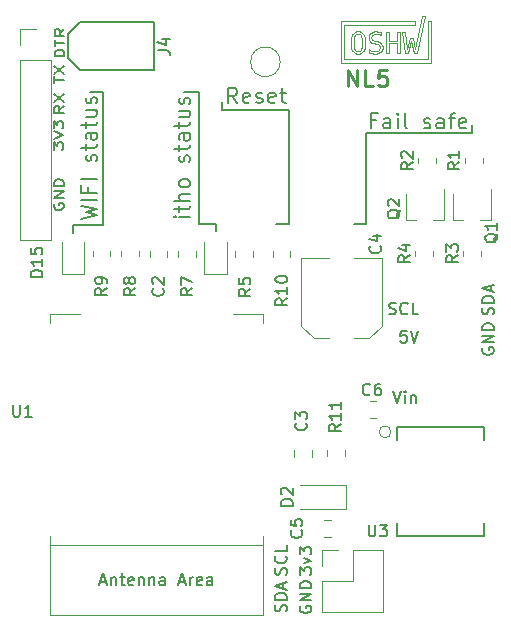
<source format=gto>
G04 #@! TF.GenerationSoftware,KiCad,Pcbnew,(6.0.8-1)-1*
G04 #@! TF.CreationDate,2023-02-10T09:38:01+01:00*
G04 #@! TF.ProjectId,ithowifi_4l,6974686f-7769-4666-995f-346c2e6b6963,rev?*
G04 #@! TF.SameCoordinates,Original*
G04 #@! TF.FileFunction,Legend,Top*
G04 #@! TF.FilePolarity,Positive*
%FSLAX46Y46*%
G04 Gerber Fmt 4.6, Leading zero omitted, Abs format (unit mm)*
G04 Created by KiCad (PCBNEW (6.0.8-1)-1) date 2023-02-10 09:38:01*
%MOMM*%
%LPD*%
G01*
G04 APERTURE LIST*
%ADD10C,0.200000*%
%ADD11C,0.125000*%
%ADD12C,0.150000*%
%ADD13C,0.219726*%
%ADD14C,0.120000*%
G04 APERTURE END LIST*
D10*
X99568000Y-111760000D02*
X99568000Y-122936000D01*
X99568000Y-111760000D02*
X98298000Y-111760000D01*
X99568000Y-122936000D02*
X100965000Y-122936000D01*
X100965000Y-123571000D02*
X100965000Y-122936000D01*
X113665000Y-122936000D02*
X112649000Y-122936000D01*
X113665000Y-122936000D02*
X113665000Y-115252500D01*
X122682000Y-115252500D02*
X122682000Y-114617500D01*
X113665000Y-115252500D02*
X122682000Y-115252500D01*
X106045000Y-122936000D02*
X107188000Y-122936000D01*
X101473000Y-113284000D02*
X101473000Y-112649000D01*
X101473000Y-113284000D02*
X107188000Y-113284000D01*
X107188000Y-122936000D02*
X107188000Y-113284000D01*
X88900000Y-123063000D02*
X91440000Y-123063000D01*
D11*
X116768896Y-106703121D02*
X116768896Y-106703121D01*
X117040946Y-108525770D02*
X116768896Y-106703121D01*
X117274296Y-108525770D02*
X117040946Y-108525770D01*
X117520896Y-107442870D02*
X117274296Y-108525770D01*
X117768496Y-108525770D02*
X117520896Y-107442870D01*
X118001795Y-108525770D02*
X117768496Y-108525770D01*
X118690546Y-105348970D02*
X118001795Y-108525770D01*
X118450196Y-105348970D02*
X118690546Y-105348970D01*
X117858846Y-108185070D02*
X118450196Y-105348970D01*
X117648846Y-107203620D02*
X117858846Y-108185070D01*
X117391446Y-107203620D02*
X117648846Y-107203620D01*
X117183946Y-108182620D02*
X117391446Y-107203620D01*
X117009246Y-106703121D02*
X117183946Y-108182620D01*
X116768896Y-106703121D02*
X117009246Y-106703121D01*
X115431795Y-106703121D02*
X115431795Y-106703121D01*
X115431795Y-108525770D02*
X115431795Y-106703121D01*
X115679746Y-108525770D02*
X115431795Y-108525770D01*
X115679746Y-107657720D02*
X115679746Y-108525770D01*
X116354646Y-107657720D02*
X115679746Y-107657720D01*
X116354646Y-108525770D02*
X116354646Y-107657720D01*
X116602596Y-108525770D02*
X116354646Y-108525770D01*
X116602596Y-106703121D02*
X116602596Y-108525770D01*
X116354646Y-106703121D02*
X116602596Y-106703121D01*
X116354646Y-107450220D02*
X116354646Y-106703121D01*
X115679746Y-107450220D02*
X116354646Y-107450220D01*
X115679746Y-106703121D02*
X115679746Y-107450220D01*
X115431795Y-106703121D02*
X115679746Y-106703121D01*
X114996431Y-106765820D02*
X114996431Y-106765520D01*
X114975001Y-106757670D02*
X114996431Y-106765820D01*
X114771546Y-106698820D02*
X114975001Y-106757670D01*
X114752281Y-106695020D02*
X114771546Y-106698820D01*
X114732756Y-106690921D02*
X114752281Y-106695020D01*
X114586541Y-106670570D02*
X114732756Y-106690921D01*
X114531476Y-106670570D02*
X114586541Y-106670570D01*
X114469896Y-106670570D02*
X114531476Y-106670570D01*
X114285976Y-106707220D02*
X114469896Y-106670570D01*
X114121861Y-106793470D02*
X114285976Y-106707220D01*
X114094466Y-106818170D02*
X114121861Y-106793470D01*
X114067066Y-106842570D02*
X114094466Y-106818170D01*
X113971580Y-106989070D02*
X114067066Y-106842570D01*
X113930885Y-107153720D02*
X113971580Y-106989070D01*
X113930885Y-107208770D02*
X113930885Y-107153720D01*
X113930885Y-107252470D02*
X113930885Y-107208770D01*
X113959376Y-107384020D02*
X113930885Y-107252470D01*
X114026376Y-107500670D02*
X113959376Y-107384020D01*
X114045636Y-107520220D02*
X114026376Y-107500670D01*
X114064626Y-107539470D02*
X114045636Y-107520220D01*
X114195101Y-107621370D02*
X114064626Y-107539470D01*
X114371971Y-107683770D02*
X114195101Y-107621370D01*
X114414291Y-107693270D02*
X114371971Y-107683770D01*
X114545851Y-107723920D02*
X114414291Y-107693270D01*
X114575151Y-107730420D02*
X114545851Y-107723920D01*
X114696136Y-107771121D02*
X114575151Y-107730420D01*
X114781851Y-107822670D02*
X114696136Y-107771121D01*
X114793791Y-107834870D02*
X114781851Y-107822670D01*
X114805726Y-107846820D02*
X114793791Y-107834870D01*
X114865681Y-107991370D02*
X114805726Y-107846820D01*
X114865681Y-108043720D02*
X114865681Y-107991370D01*
X114865681Y-108077120D02*
X114865681Y-108043720D01*
X114839636Y-108177220D02*
X114865681Y-108077120D01*
X114779146Y-108264020D02*
X114839636Y-108177220D01*
X114762056Y-108278120D02*
X114779146Y-108264020D01*
X114744691Y-108291970D02*
X114762056Y-108278120D01*
X114637541Y-108340220D02*
X114744691Y-108291970D01*
X114513026Y-108361120D02*
X114637541Y-108340220D01*
X114471526Y-108361120D02*
X114513026Y-108361120D01*
X114413471Y-108361120D02*
X114471526Y-108361120D01*
X114239591Y-108326420D02*
X114413471Y-108361120D01*
X114218706Y-108319620D02*
X114239591Y-108326420D01*
X114197816Y-108312571D02*
X114218706Y-108319620D01*
X113977275Y-108203771D02*
X114197816Y-108312571D01*
X113953951Y-108189120D02*
X113977275Y-108203771D01*
X113953951Y-108451470D02*
X113953951Y-108189120D01*
X113975651Y-108460420D02*
X113953951Y-108451470D01*
X114192116Y-108528770D02*
X113975651Y-108460420D01*
X114213816Y-108533370D02*
X114192116Y-108528770D01*
X114235251Y-108537970D02*
X114213816Y-108533370D01*
X114406966Y-108561320D02*
X114235251Y-108537970D01*
X114471526Y-108561320D02*
X114406966Y-108561320D01*
X114539066Y-108561320D02*
X114471526Y-108561320D01*
X114742521Y-108527121D02*
X114539066Y-108561320D01*
X114913421Y-108447370D02*
X114742521Y-108527121D01*
X114940276Y-108424620D02*
X114913421Y-108447370D01*
X114967131Y-108401820D02*
X114940276Y-108424620D01*
X115060991Y-108256970D02*
X114967131Y-108401820D01*
X115101411Y-108085220D02*
X115060991Y-108256970D01*
X115101411Y-108028020D02*
X115101411Y-108085220D01*
X115101411Y-107978371D02*
X115101411Y-108028020D01*
X115072111Y-107830270D02*
X115101411Y-107978371D01*
X115003751Y-107700070D02*
X115072111Y-107830270D01*
X114984221Y-107678870D02*
X115003751Y-107700070D01*
X114964686Y-107657470D02*
X114984221Y-107678870D01*
X114832041Y-107567670D02*
X114964686Y-107657470D01*
X114653276Y-107500670D02*
X114832041Y-107567670D01*
X114610686Y-107490920D02*
X114653276Y-107500670D01*
X114481291Y-107461620D02*
X114610686Y-107490920D01*
X114450911Y-107454270D02*
X114481291Y-107461620D01*
X114243385Y-107365870D02*
X114450911Y-107454270D01*
X114232271Y-107355270D02*
X114243385Y-107365870D01*
X114221146Y-107344670D02*
X114232271Y-107355270D01*
X114166346Y-107216920D02*
X114221146Y-107344670D01*
X114166346Y-107170820D02*
X114166346Y-107216920D01*
X114166346Y-107139870D02*
X114166346Y-107170820D01*
X114191576Y-107047120D02*
X114166346Y-107139870D01*
X114250716Y-106965720D02*
X114191576Y-107047120D01*
X114267806Y-106952421D02*
X114250716Y-106965720D01*
X114284626Y-106938620D02*
X114267806Y-106952421D01*
X114387431Y-106891120D02*
X114284626Y-106938620D01*
X114514386Y-106870520D02*
X114387431Y-106891120D01*
X114543681Y-106870520D02*
X114514386Y-106870520D01*
X114562671Y-106870520D02*
X114543681Y-106870520D01*
X114752011Y-106900920D02*
X114562671Y-106870520D01*
X114770736Y-106907120D02*
X114752011Y-106900920D01*
X114789451Y-106913120D02*
X114770736Y-106907120D01*
X114977706Y-107003720D02*
X114789451Y-106913120D01*
X114996431Y-107015920D02*
X114977706Y-107003720D01*
X114996431Y-106765520D02*
X114996431Y-107015920D01*
X113619201Y-107616221D02*
X113619201Y-107616221D01*
X113619201Y-107512070D02*
X113619201Y-107616221D01*
X113581225Y-107199570D02*
X113619201Y-107512070D01*
X113493061Y-106943470D02*
X113581225Y-107199570D01*
X113467841Y-106904420D02*
X113493061Y-106943470D01*
X113442611Y-106865370D02*
X113467841Y-106904420D01*
X113277951Y-106728620D02*
X113442611Y-106865370D01*
X113076125Y-106670020D02*
X113277951Y-106728620D01*
X113008851Y-106670020D02*
X113076125Y-106670020D01*
X112941576Y-106670020D02*
X113008851Y-106670020D01*
X112740296Y-106728620D02*
X112941576Y-106670020D01*
X112575096Y-106865370D02*
X112740296Y-106728620D01*
X112549866Y-106904420D02*
X112575096Y-106865370D01*
X112524636Y-106943470D02*
X112549866Y-106904420D01*
X112437021Y-107199570D02*
X112524636Y-106943470D01*
X112399581Y-107512070D02*
X112437021Y-107199570D01*
X112399581Y-107616221D02*
X112399581Y-107512070D01*
X112399581Y-107720370D02*
X112399581Y-107616221D01*
X112437021Y-108033170D02*
X112399581Y-107720370D01*
X112524636Y-108288671D02*
X112437021Y-108033170D01*
X112549866Y-108327770D02*
X112524636Y-108288671D01*
X112574826Y-108366570D02*
X112549866Y-108327770D01*
X112739486Y-108502470D02*
X112574826Y-108366570D01*
X112941306Y-108561070D02*
X112739486Y-108502470D01*
X113008851Y-108561070D02*
X112941306Y-108561070D01*
X113076125Y-108561070D02*
X113008851Y-108561070D01*
X113277951Y-108502470D02*
X113076125Y-108561070D01*
X113442611Y-108365720D02*
X113277951Y-108502470D01*
X113467841Y-108326670D02*
X113442611Y-108365720D01*
X113493061Y-108287620D02*
X113467841Y-108326670D01*
X113581225Y-108031820D02*
X113493061Y-108287620D01*
X113619201Y-107720120D02*
X113581225Y-108031820D01*
X113619201Y-107616221D02*
X113619201Y-107720120D01*
X113361501Y-107616221D02*
X113361501Y-107616221D01*
X113361501Y-107702220D02*
X113361501Y-107616221D01*
X113340611Y-107960470D02*
X113361501Y-107702220D01*
X113292326Y-108161220D02*
X113340611Y-107960470D01*
X113278491Y-108189970D02*
X113292326Y-108161220D01*
X113264656Y-108218420D02*
X113278491Y-108189970D01*
X113169986Y-108317970D02*
X113264656Y-108218420D01*
X113049001Y-108360871D02*
X113169986Y-108317970D01*
X113008851Y-108360871D02*
X113049001Y-108360871D01*
X112968431Y-108360871D02*
X113008851Y-108360871D01*
X112847721Y-108317720D02*
X112968431Y-108360871D01*
X112752775Y-108217070D02*
X112847721Y-108317720D01*
X112738941Y-108188620D02*
X112752775Y-108217070D01*
X112725101Y-108159870D02*
X112738941Y-108188620D01*
X112677631Y-107959370D02*
X112725101Y-108159870D01*
X112657291Y-107701971D02*
X112677631Y-107959370D01*
X112657291Y-107616221D02*
X112657291Y-107701971D01*
X112657291Y-107529970D02*
X112657291Y-107616221D01*
X112677631Y-107271970D02*
X112657291Y-107529970D01*
X112725101Y-107070970D02*
X112677631Y-107271970D01*
X112738941Y-107042470D02*
X112725101Y-107070970D01*
X112752775Y-107013720D02*
X112738941Y-107042470D01*
X112847721Y-106913120D02*
X112752775Y-107013720D01*
X111558386Y-105805820D02*
X111558386Y-109350710D01*
X119243946Y-105805820D02*
X118937946Y-105805820D01*
X119243946Y-109350710D02*
X119243946Y-105805820D01*
X112968431Y-106870221D02*
X112847721Y-106913120D01*
X113008851Y-106870221D02*
X112968431Y-106870221D01*
X113049001Y-106870221D02*
X113008851Y-106870221D01*
X113169986Y-106913120D02*
X113049001Y-106870221D01*
X113264656Y-107013720D02*
X113169986Y-106913120D01*
X113278491Y-107042470D02*
X113264656Y-107013720D01*
X111870886Y-106118320D02*
X117878096Y-106118320D01*
X111870886Y-109038210D02*
X111870886Y-106118320D01*
X111558386Y-109350710D02*
X119243946Y-109350710D01*
X118931446Y-109038210D02*
X111870886Y-109038210D01*
X118937946Y-105805820D02*
X118931446Y-109038210D01*
X117878096Y-105805820D02*
X111558386Y-105805820D01*
X117878096Y-106118320D02*
X117878096Y-105805820D01*
X113292326Y-107070970D02*
X113278491Y-107042470D01*
X113340611Y-107271970D02*
X113292326Y-107070970D01*
X113361501Y-107529970D02*
X113340611Y-107271970D01*
X113361501Y-107616221D02*
X113361501Y-107529970D01*
X111558386Y-105805820D02*
X111558386Y-105805820D01*
D10*
X90360500Y-111760000D02*
X91440000Y-111760000D01*
X88900000Y-123698000D02*
X88900000Y-123063000D01*
X91440000Y-111760000D02*
X91440000Y-123063000D01*
D12*
X115649523Y-130579761D02*
X115792380Y-130627380D01*
X116030476Y-130627380D01*
X116125714Y-130579761D01*
X116173333Y-130532142D01*
X116220952Y-130436904D01*
X116220952Y-130341666D01*
X116173333Y-130246428D01*
X116125714Y-130198809D01*
X116030476Y-130151190D01*
X115840000Y-130103571D01*
X115744761Y-130055952D01*
X115697142Y-130008333D01*
X115649523Y-129913095D01*
X115649523Y-129817857D01*
X115697142Y-129722619D01*
X115744761Y-129675000D01*
X115840000Y-129627380D01*
X116078095Y-129627380D01*
X116220952Y-129675000D01*
X117220952Y-130532142D02*
X117173333Y-130579761D01*
X117030476Y-130627380D01*
X116935238Y-130627380D01*
X116792380Y-130579761D01*
X116697142Y-130484523D01*
X116649523Y-130389285D01*
X116601904Y-130198809D01*
X116601904Y-130055952D01*
X116649523Y-129865476D01*
X116697142Y-129770238D01*
X116792380Y-129675000D01*
X116935238Y-129627380D01*
X117030476Y-129627380D01*
X117173333Y-129675000D01*
X117220952Y-129722619D01*
X118125714Y-130627380D02*
X117649523Y-130627380D01*
X117649523Y-129627380D01*
X87318904Y-111048704D02*
X87318904Y-110477276D01*
X88118904Y-110762990D02*
X87318904Y-110762990D01*
X87318904Y-110239180D02*
X88118904Y-109572514D01*
X87318904Y-109572514D02*
X88118904Y-110239180D01*
X87268104Y-116681095D02*
X87268104Y-116062047D01*
X87572866Y-116395380D01*
X87572866Y-116252523D01*
X87610961Y-116157285D01*
X87649057Y-116109666D01*
X87725247Y-116062047D01*
X87915723Y-116062047D01*
X87991914Y-116109666D01*
X88030009Y-116157285D01*
X88068104Y-116252523D01*
X88068104Y-116538238D01*
X88030009Y-116633476D01*
X87991914Y-116681095D01*
X87268104Y-115776333D02*
X88068104Y-115443000D01*
X87268104Y-115109666D01*
X87268104Y-114871571D02*
X87268104Y-114252523D01*
X87572866Y-114585857D01*
X87572866Y-114443000D01*
X87610961Y-114347761D01*
X87649057Y-114300142D01*
X87725247Y-114252523D01*
X87915723Y-114252523D01*
X87991914Y-114300142D01*
X88030009Y-114347761D01*
X88068104Y-114443000D01*
X88068104Y-114728714D01*
X88030009Y-114823952D01*
X87991914Y-114871571D01*
X87331600Y-121259504D02*
X87293504Y-121354742D01*
X87293504Y-121497600D01*
X87331600Y-121640457D01*
X87407790Y-121735695D01*
X87483980Y-121783314D01*
X87636361Y-121830933D01*
X87750647Y-121830933D01*
X87903028Y-121783314D01*
X87979219Y-121735695D01*
X88055409Y-121640457D01*
X88093504Y-121497600D01*
X88093504Y-121402361D01*
X88055409Y-121259504D01*
X88017314Y-121211885D01*
X87750647Y-121211885D01*
X87750647Y-121402361D01*
X88093504Y-120783314D02*
X87293504Y-120783314D01*
X88093504Y-120211885D01*
X87293504Y-120211885D01*
X88093504Y-119735695D02*
X87293504Y-119735695D01*
X87293504Y-119497600D01*
X87331600Y-119354742D01*
X87407790Y-119259504D01*
X87483980Y-119211885D01*
X87636361Y-119164266D01*
X87750647Y-119164266D01*
X87903028Y-119211885D01*
X87979219Y-119259504D01*
X88055409Y-119354742D01*
X88093504Y-119497600D01*
X88093504Y-119735695D01*
X88093504Y-112968066D02*
X87712552Y-113301400D01*
X88093504Y-113539495D02*
X87293504Y-113539495D01*
X87293504Y-113158542D01*
X87331600Y-113063304D01*
X87369695Y-113015685D01*
X87445885Y-112968066D01*
X87560171Y-112968066D01*
X87636361Y-113015685D01*
X87674457Y-113063304D01*
X87712552Y-113158542D01*
X87712552Y-113539495D01*
X87293504Y-112634733D02*
X88093504Y-111968066D01*
X87293504Y-111968066D02*
X88093504Y-112634733D01*
X106936761Y-152658476D02*
X106984380Y-152515619D01*
X106984380Y-152277523D01*
X106936761Y-152182285D01*
X106889142Y-152134666D01*
X106793904Y-152087047D01*
X106698666Y-152087047D01*
X106603428Y-152134666D01*
X106555809Y-152182285D01*
X106508190Y-152277523D01*
X106460571Y-152468000D01*
X106412952Y-152563238D01*
X106365333Y-152610857D01*
X106270095Y-152658476D01*
X106174857Y-152658476D01*
X106079619Y-152610857D01*
X106032000Y-152563238D01*
X105984380Y-152468000D01*
X105984380Y-152229904D01*
X106032000Y-152087047D01*
X106889142Y-151087047D02*
X106936761Y-151134666D01*
X106984380Y-151277523D01*
X106984380Y-151372761D01*
X106936761Y-151515619D01*
X106841523Y-151610857D01*
X106746285Y-151658476D01*
X106555809Y-151706095D01*
X106412952Y-151706095D01*
X106222476Y-151658476D01*
X106127238Y-151610857D01*
X106032000Y-151515619D01*
X105984380Y-151372761D01*
X105984380Y-151277523D01*
X106032000Y-151134666D01*
X106079619Y-151087047D01*
X106984380Y-150182285D02*
X106984380Y-150658476D01*
X105984380Y-150658476D01*
X106936761Y-155782285D02*
X106984380Y-155639428D01*
X106984380Y-155401333D01*
X106936761Y-155306095D01*
X106889142Y-155258476D01*
X106793904Y-155210857D01*
X106698666Y-155210857D01*
X106603428Y-155258476D01*
X106555809Y-155306095D01*
X106508190Y-155401333D01*
X106460571Y-155591809D01*
X106412952Y-155687047D01*
X106365333Y-155734666D01*
X106270095Y-155782285D01*
X106174857Y-155782285D01*
X106079619Y-155734666D01*
X106032000Y-155687047D01*
X105984380Y-155591809D01*
X105984380Y-155353714D01*
X106032000Y-155210857D01*
X106984380Y-154782285D02*
X105984380Y-154782285D01*
X105984380Y-154544190D01*
X106032000Y-154401333D01*
X106127238Y-154306095D01*
X106222476Y-154258476D01*
X106412952Y-154210857D01*
X106555809Y-154210857D01*
X106746285Y-154258476D01*
X106841523Y-154306095D01*
X106936761Y-154401333D01*
X106984380Y-154544190D01*
X106984380Y-154782285D01*
X106698666Y-153829904D02*
X106698666Y-153353714D01*
X106984380Y-153925142D02*
X105984380Y-153591809D01*
X106984380Y-153258476D01*
X108132000Y-155329904D02*
X108084380Y-155425142D01*
X108084380Y-155568000D01*
X108132000Y-155710857D01*
X108227238Y-155806095D01*
X108322476Y-155853714D01*
X108512952Y-155901333D01*
X108655809Y-155901333D01*
X108846285Y-155853714D01*
X108941523Y-155806095D01*
X109036761Y-155710857D01*
X109084380Y-155568000D01*
X109084380Y-155472761D01*
X109036761Y-155329904D01*
X108989142Y-155282285D01*
X108655809Y-155282285D01*
X108655809Y-155472761D01*
X109084380Y-154853714D02*
X108084380Y-154853714D01*
X109084380Y-154282285D01*
X108084380Y-154282285D01*
X109084380Y-153806095D02*
X108084380Y-153806095D01*
X108084380Y-153568000D01*
X108132000Y-153425142D01*
X108227238Y-153329904D01*
X108322476Y-153282285D01*
X108512952Y-153234666D01*
X108655809Y-153234666D01*
X108846285Y-153282285D01*
X108941523Y-153329904D01*
X109036761Y-153425142D01*
X109084380Y-153568000D01*
X109084380Y-153806095D01*
X108084380Y-152658476D02*
X108084380Y-152039428D01*
X108465333Y-152372761D01*
X108465333Y-152229904D01*
X108512952Y-152134666D01*
X108560571Y-152087047D01*
X108655809Y-152039428D01*
X108893904Y-152039428D01*
X108989142Y-152087047D01*
X109036761Y-152134666D01*
X109084380Y-152229904D01*
X109084380Y-152515619D01*
X109036761Y-152610857D01*
X108989142Y-152658476D01*
X108417714Y-151706095D02*
X109084380Y-151468000D01*
X108417714Y-151229904D01*
X108084380Y-150944190D02*
X108084380Y-150325142D01*
X108465333Y-150658476D01*
X108465333Y-150515619D01*
X108512952Y-150420380D01*
X108560571Y-150372761D01*
X108655809Y-150325142D01*
X108893904Y-150325142D01*
X108989142Y-150372761D01*
X109036761Y-150420380D01*
X109084380Y-150515619D01*
X109084380Y-150801333D01*
X109036761Y-150896571D01*
X108989142Y-150944190D01*
X117141523Y-132020380D02*
X116665333Y-132020380D01*
X116617714Y-132496571D01*
X116665333Y-132448952D01*
X116760571Y-132401333D01*
X116998666Y-132401333D01*
X117093904Y-132448952D01*
X117141523Y-132496571D01*
X117189142Y-132591809D01*
X117189142Y-132829904D01*
X117141523Y-132925142D01*
X117093904Y-132972761D01*
X116998666Y-133020380D01*
X116760571Y-133020380D01*
X116665333Y-132972761D01*
X116617714Y-132925142D01*
X117474857Y-132020380D02*
X117808190Y-133020380D01*
X118141523Y-132020380D01*
X86304380Y-127452285D02*
X85304380Y-127452285D01*
X85304380Y-127214190D01*
X85352000Y-127071333D01*
X85447238Y-126976095D01*
X85542476Y-126928476D01*
X85732952Y-126880857D01*
X85875809Y-126880857D01*
X86066285Y-126928476D01*
X86161523Y-126976095D01*
X86256761Y-127071333D01*
X86304380Y-127214190D01*
X86304380Y-127452285D01*
X86304380Y-125928476D02*
X86304380Y-126499904D01*
X86304380Y-126214190D02*
X85304380Y-126214190D01*
X85447238Y-126309428D01*
X85542476Y-126404666D01*
X85590095Y-126499904D01*
X85304380Y-125023714D02*
X85304380Y-125499904D01*
X85780571Y-125547523D01*
X85732952Y-125499904D01*
X85685333Y-125404666D01*
X85685333Y-125166571D01*
X85732952Y-125071333D01*
X85780571Y-125023714D01*
X85875809Y-124976095D01*
X86113904Y-124976095D01*
X86209142Y-125023714D01*
X86256761Y-125071333D01*
X86304380Y-125166571D01*
X86304380Y-125404666D01*
X86256761Y-125499904D01*
X86209142Y-125547523D01*
D13*
X112172655Y-111312333D02*
X112172655Y-109912333D01*
X112972655Y-111312333D01*
X112972655Y-109912333D01*
X114305988Y-111312333D02*
X113639321Y-111312333D01*
X113639321Y-109912333D01*
X115439321Y-109912333D02*
X114772655Y-109912333D01*
X114705988Y-110579000D01*
X114772655Y-110512333D01*
X114905988Y-110445666D01*
X115239321Y-110445666D01*
X115372655Y-110512333D01*
X115439321Y-110579000D01*
X115505988Y-110712333D01*
X115505988Y-111045666D01*
X115439321Y-111179000D01*
X115372655Y-111245666D01*
X115239321Y-111312333D01*
X114905988Y-111312333D01*
X114772655Y-111245666D01*
X114705988Y-111179000D01*
D12*
X116008190Y-137120380D02*
X116341523Y-138120380D01*
X116674857Y-137120380D01*
X117008190Y-138120380D02*
X117008190Y-137453714D01*
X117008190Y-137120380D02*
X116960571Y-137168000D01*
X117008190Y-137215619D01*
X117055809Y-137168000D01*
X117008190Y-137120380D01*
X117008190Y-137215619D01*
X117484380Y-137453714D02*
X117484380Y-138120380D01*
X117484380Y-137548952D02*
X117532000Y-137501333D01*
X117627238Y-137453714D01*
X117770095Y-137453714D01*
X117865333Y-137501333D01*
X117912952Y-137596571D01*
X117912952Y-138120380D01*
X123579000Y-133476904D02*
X123531380Y-133572142D01*
X123531380Y-133715000D01*
X123579000Y-133857857D01*
X123674238Y-133953095D01*
X123769476Y-134000714D01*
X123959952Y-134048333D01*
X124102809Y-134048333D01*
X124293285Y-134000714D01*
X124388523Y-133953095D01*
X124483761Y-133857857D01*
X124531380Y-133715000D01*
X124531380Y-133619761D01*
X124483761Y-133476904D01*
X124436142Y-133429285D01*
X124102809Y-133429285D01*
X124102809Y-133619761D01*
X124531380Y-133000714D02*
X123531380Y-133000714D01*
X124531380Y-132429285D01*
X123531380Y-132429285D01*
X124531380Y-131953095D02*
X123531380Y-131953095D01*
X123531380Y-131715000D01*
X123579000Y-131572142D01*
X123674238Y-131476904D01*
X123769476Y-131429285D01*
X123959952Y-131381666D01*
X124102809Y-131381666D01*
X124293285Y-131429285D01*
X124388523Y-131476904D01*
X124483761Y-131572142D01*
X124531380Y-131715000D01*
X124531380Y-131953095D01*
X124483761Y-130627285D02*
X124531380Y-130484428D01*
X124531380Y-130246333D01*
X124483761Y-130151095D01*
X124436142Y-130103476D01*
X124340904Y-130055857D01*
X124245666Y-130055857D01*
X124150428Y-130103476D01*
X124102809Y-130151095D01*
X124055190Y-130246333D01*
X124007571Y-130436809D01*
X123959952Y-130532047D01*
X123912333Y-130579666D01*
X123817095Y-130627285D01*
X123721857Y-130627285D01*
X123626619Y-130579666D01*
X123579000Y-130532047D01*
X123531380Y-130436809D01*
X123531380Y-130198714D01*
X123579000Y-130055857D01*
X124531380Y-129627285D02*
X123531380Y-129627285D01*
X123531380Y-129389190D01*
X123579000Y-129246333D01*
X123674238Y-129151095D01*
X123769476Y-129103476D01*
X123959952Y-129055857D01*
X124102809Y-129055857D01*
X124293285Y-129103476D01*
X124388523Y-129151095D01*
X124483761Y-129246333D01*
X124531380Y-129389190D01*
X124531380Y-129627285D01*
X124245666Y-128674904D02*
X124245666Y-128198714D01*
X124531380Y-128770142D02*
X123531380Y-128436809D01*
X124531380Y-128103476D01*
X88144304Y-108788057D02*
X87344304Y-108788057D01*
X87344304Y-108549961D01*
X87382400Y-108407104D01*
X87458590Y-108311866D01*
X87534780Y-108264247D01*
X87687161Y-108216628D01*
X87801447Y-108216628D01*
X87953828Y-108264247D01*
X88030019Y-108311866D01*
X88106209Y-108407104D01*
X88144304Y-108549961D01*
X88144304Y-108788057D01*
X87344304Y-107930914D02*
X87344304Y-107359485D01*
X88144304Y-107645200D02*
X87344304Y-107645200D01*
X88144304Y-106454723D02*
X87763352Y-106788057D01*
X88144304Y-107026152D02*
X87344304Y-107026152D01*
X87344304Y-106645200D01*
X87382400Y-106549961D01*
X87420495Y-106502342D01*
X87496685Y-106454723D01*
X87610971Y-106454723D01*
X87687161Y-106502342D01*
X87725257Y-106549961D01*
X87763352Y-106645200D01*
X87763352Y-107026152D01*
X113919095Y-148423380D02*
X113919095Y-149232904D01*
X113966714Y-149328142D01*
X114014333Y-149375761D01*
X114109571Y-149423380D01*
X114300047Y-149423380D01*
X114395285Y-149375761D01*
X114442904Y-149328142D01*
X114490523Y-149232904D01*
X114490523Y-148423380D01*
X114871476Y-148423380D02*
X115490523Y-148423380D01*
X115157190Y-148804333D01*
X115300047Y-148804333D01*
X115395285Y-148851952D01*
X115442904Y-148899571D01*
X115490523Y-148994809D01*
X115490523Y-149232904D01*
X115442904Y-149328142D01*
X115395285Y-149375761D01*
X115300047Y-149423380D01*
X115014333Y-149423380D01*
X114919095Y-149375761D01*
X114871476Y-149328142D01*
X116625619Y-121761238D02*
X116578000Y-121856476D01*
X116482761Y-121951714D01*
X116339904Y-122094571D01*
X116292285Y-122189809D01*
X116292285Y-122285047D01*
X116530380Y-122237428D02*
X116482761Y-122332666D01*
X116387523Y-122427904D01*
X116197047Y-122475523D01*
X115863714Y-122475523D01*
X115673238Y-122427904D01*
X115578000Y-122332666D01*
X115530380Y-122237428D01*
X115530380Y-122046952D01*
X115578000Y-121951714D01*
X115673238Y-121856476D01*
X115863714Y-121808857D01*
X116197047Y-121808857D01*
X116387523Y-121856476D01*
X116482761Y-121951714D01*
X116530380Y-122046952D01*
X116530380Y-122237428D01*
X115625619Y-121427904D02*
X115578000Y-121380285D01*
X115530380Y-121285047D01*
X115530380Y-121046952D01*
X115578000Y-120951714D01*
X115625619Y-120904095D01*
X115720857Y-120856476D01*
X115816095Y-120856476D01*
X115958952Y-120904095D01*
X116530380Y-121475523D01*
X116530380Y-120856476D01*
X117673380Y-117768666D02*
X117197190Y-118102000D01*
X117673380Y-118340095D02*
X116673380Y-118340095D01*
X116673380Y-117959142D01*
X116721000Y-117863904D01*
X116768619Y-117816285D01*
X116863857Y-117768666D01*
X117006714Y-117768666D01*
X117101952Y-117816285D01*
X117149571Y-117863904D01*
X117197190Y-117959142D01*
X117197190Y-118340095D01*
X116768619Y-117387714D02*
X116721000Y-117340095D01*
X116673380Y-117244857D01*
X116673380Y-117006761D01*
X116721000Y-116911523D01*
X116768619Y-116863904D01*
X116863857Y-116816285D01*
X116959095Y-116816285D01*
X117101952Y-116863904D01*
X117673380Y-117435333D01*
X117673380Y-116816285D01*
X83820095Y-138288780D02*
X83820095Y-139098304D01*
X83867714Y-139193542D01*
X83915333Y-139241161D01*
X84010571Y-139288780D01*
X84201047Y-139288780D01*
X84296285Y-139241161D01*
X84343904Y-139193542D01*
X84391523Y-139098304D01*
X84391523Y-138288780D01*
X85391523Y-139288780D02*
X84820095Y-139288780D01*
X85105809Y-139288780D02*
X85105809Y-138288780D01*
X85010571Y-138431638D01*
X84915333Y-138526876D01*
X84820095Y-138574495D01*
X91215695Y-153270266D02*
X91691885Y-153270266D01*
X91120457Y-153555980D02*
X91453790Y-152555980D01*
X91787123Y-153555980D01*
X92120457Y-152889314D02*
X92120457Y-153555980D01*
X92120457Y-152984552D02*
X92168076Y-152936933D01*
X92263314Y-152889314D01*
X92406171Y-152889314D01*
X92501409Y-152936933D01*
X92549028Y-153032171D01*
X92549028Y-153555980D01*
X92882361Y-152889314D02*
X93263314Y-152889314D01*
X93025219Y-152555980D02*
X93025219Y-153413123D01*
X93072838Y-153508361D01*
X93168076Y-153555980D01*
X93263314Y-153555980D01*
X93977600Y-153508361D02*
X93882361Y-153555980D01*
X93691885Y-153555980D01*
X93596647Y-153508361D01*
X93549028Y-153413123D01*
X93549028Y-153032171D01*
X93596647Y-152936933D01*
X93691885Y-152889314D01*
X93882361Y-152889314D01*
X93977600Y-152936933D01*
X94025219Y-153032171D01*
X94025219Y-153127409D01*
X93549028Y-153222647D01*
X94453790Y-152889314D02*
X94453790Y-153555980D01*
X94453790Y-152984552D02*
X94501409Y-152936933D01*
X94596647Y-152889314D01*
X94739504Y-152889314D01*
X94834742Y-152936933D01*
X94882361Y-153032171D01*
X94882361Y-153555980D01*
X95358552Y-152889314D02*
X95358552Y-153555980D01*
X95358552Y-152984552D02*
X95406171Y-152936933D01*
X95501409Y-152889314D01*
X95644266Y-152889314D01*
X95739504Y-152936933D01*
X95787123Y-153032171D01*
X95787123Y-153555980D01*
X96691885Y-153555980D02*
X96691885Y-153032171D01*
X96644266Y-152936933D01*
X96549028Y-152889314D01*
X96358552Y-152889314D01*
X96263314Y-152936933D01*
X96691885Y-153508361D02*
X96596647Y-153555980D01*
X96358552Y-153555980D01*
X96263314Y-153508361D01*
X96215695Y-153413123D01*
X96215695Y-153317885D01*
X96263314Y-153222647D01*
X96358552Y-153175028D01*
X96596647Y-153175028D01*
X96691885Y-153127409D01*
X97882361Y-153270266D02*
X98358552Y-153270266D01*
X97787123Y-153555980D02*
X98120457Y-152555980D01*
X98453790Y-153555980D01*
X98787123Y-153555980D02*
X98787123Y-152889314D01*
X98787123Y-153079790D02*
X98834742Y-152984552D01*
X98882361Y-152936933D01*
X98977600Y-152889314D01*
X99072838Y-152889314D01*
X99787123Y-153508361D02*
X99691885Y-153555980D01*
X99501409Y-153555980D01*
X99406171Y-153508361D01*
X99358552Y-153413123D01*
X99358552Y-153032171D01*
X99406171Y-152936933D01*
X99501409Y-152889314D01*
X99691885Y-152889314D01*
X99787123Y-152936933D01*
X99834742Y-153032171D01*
X99834742Y-153127409D01*
X99358552Y-153222647D01*
X100691885Y-153555980D02*
X100691885Y-153032171D01*
X100644266Y-152936933D01*
X100549028Y-152889314D01*
X100358552Y-152889314D01*
X100263314Y-152936933D01*
X100691885Y-153508361D02*
X100596647Y-153555980D01*
X100358552Y-153555980D01*
X100263314Y-153508361D01*
X100215695Y-153413123D01*
X100215695Y-153317885D01*
X100263314Y-153222647D01*
X100358552Y-153175028D01*
X100596647Y-153175028D01*
X100691885Y-153127409D01*
X91765380Y-128413566D02*
X91289190Y-128746900D01*
X91765380Y-128984995D02*
X90765380Y-128984995D01*
X90765380Y-128604042D01*
X90813000Y-128508804D01*
X90860619Y-128461185D01*
X90955857Y-128413566D01*
X91098714Y-128413566D01*
X91193952Y-128461185D01*
X91241571Y-128508804D01*
X91289190Y-128604042D01*
X91289190Y-128984995D01*
X91765380Y-127937376D02*
X91765380Y-127746900D01*
X91717761Y-127651661D01*
X91670142Y-127604042D01*
X91527285Y-127508804D01*
X91336809Y-127461185D01*
X90955857Y-127461185D01*
X90860619Y-127508804D01*
X90813000Y-127556423D01*
X90765380Y-127651661D01*
X90765380Y-127842138D01*
X90813000Y-127937376D01*
X90860619Y-127984995D01*
X90955857Y-128032614D01*
X91193952Y-128032614D01*
X91289190Y-127984995D01*
X91336809Y-127937376D01*
X91384428Y-127842138D01*
X91384428Y-127651661D01*
X91336809Y-127556423D01*
X91289190Y-127508804D01*
X91193952Y-127461185D01*
X107039180Y-129277057D02*
X106562990Y-129610390D01*
X107039180Y-129848485D02*
X106039180Y-129848485D01*
X106039180Y-129467533D01*
X106086800Y-129372295D01*
X106134419Y-129324676D01*
X106229657Y-129277057D01*
X106372514Y-129277057D01*
X106467752Y-129324676D01*
X106515371Y-129372295D01*
X106562990Y-129467533D01*
X106562990Y-129848485D01*
X107039180Y-128324676D02*
X107039180Y-128896104D01*
X107039180Y-128610390D02*
X106039180Y-128610390D01*
X106182038Y-128705628D01*
X106277276Y-128800866D01*
X106324895Y-128896104D01*
X106039180Y-127705628D02*
X106039180Y-127610390D01*
X106086800Y-127515152D01*
X106134419Y-127467533D01*
X106229657Y-127419914D01*
X106420133Y-127372295D01*
X106658228Y-127372295D01*
X106848704Y-127419914D01*
X106943942Y-127467533D01*
X106991561Y-127515152D01*
X107039180Y-127610390D01*
X107039180Y-127705628D01*
X106991561Y-127800866D01*
X106943942Y-127848485D01*
X106848704Y-127896104D01*
X106658228Y-127943723D01*
X106420133Y-127943723D01*
X106229657Y-127896104D01*
X106134419Y-127848485D01*
X106086800Y-127800866D01*
X106039180Y-127705628D01*
X117419380Y-125642666D02*
X116943190Y-125976000D01*
X117419380Y-126214095D02*
X116419380Y-126214095D01*
X116419380Y-125833142D01*
X116467000Y-125737904D01*
X116514619Y-125690285D01*
X116609857Y-125642666D01*
X116752714Y-125642666D01*
X116847952Y-125690285D01*
X116895571Y-125737904D01*
X116943190Y-125833142D01*
X116943190Y-126214095D01*
X116752714Y-124785523D02*
X117419380Y-124785523D01*
X116371761Y-125023619D02*
X117086047Y-125261714D01*
X117086047Y-124642666D01*
X89585095Y-122548000D02*
X90885095Y-122238476D01*
X89956523Y-121990857D01*
X90885095Y-121743238D01*
X89585095Y-121433714D01*
X90885095Y-120938476D02*
X89585095Y-120938476D01*
X90204142Y-119886095D02*
X90204142Y-120319428D01*
X90885095Y-120319428D02*
X89585095Y-120319428D01*
X89585095Y-119700380D01*
X90885095Y-119205142D02*
X89585095Y-119205142D01*
X90823190Y-117657523D02*
X90885095Y-117533714D01*
X90885095Y-117286095D01*
X90823190Y-117162285D01*
X90699380Y-117100380D01*
X90637476Y-117100380D01*
X90513666Y-117162285D01*
X90451761Y-117286095D01*
X90451761Y-117471809D01*
X90389857Y-117595619D01*
X90266047Y-117657523D01*
X90204142Y-117657523D01*
X90080333Y-117595619D01*
X90018428Y-117471809D01*
X90018428Y-117286095D01*
X90080333Y-117162285D01*
X90018428Y-116728952D02*
X90018428Y-116233714D01*
X89585095Y-116543238D02*
X90699380Y-116543238D01*
X90823190Y-116481333D01*
X90885095Y-116357523D01*
X90885095Y-116233714D01*
X90885095Y-115243238D02*
X90204142Y-115243238D01*
X90080333Y-115305142D01*
X90018428Y-115428952D01*
X90018428Y-115676571D01*
X90080333Y-115800380D01*
X90823190Y-115243238D02*
X90885095Y-115367047D01*
X90885095Y-115676571D01*
X90823190Y-115800380D01*
X90699380Y-115862285D01*
X90575571Y-115862285D01*
X90451761Y-115800380D01*
X90389857Y-115676571D01*
X90389857Y-115367047D01*
X90327952Y-115243238D01*
X90018428Y-114809904D02*
X90018428Y-114314666D01*
X89585095Y-114624190D02*
X90699380Y-114624190D01*
X90823190Y-114562285D01*
X90885095Y-114438476D01*
X90885095Y-114314666D01*
X90018428Y-113324190D02*
X90885095Y-113324190D01*
X90018428Y-113881333D02*
X90699380Y-113881333D01*
X90823190Y-113819428D01*
X90885095Y-113695619D01*
X90885095Y-113509904D01*
X90823190Y-113386095D01*
X90761285Y-113324190D01*
X90823190Y-112767047D02*
X90885095Y-112643238D01*
X90885095Y-112395619D01*
X90823190Y-112271809D01*
X90699380Y-112209904D01*
X90637476Y-112209904D01*
X90513666Y-112271809D01*
X90451761Y-112395619D01*
X90451761Y-112581333D01*
X90389857Y-112705142D01*
X90266047Y-112767047D01*
X90204142Y-112767047D01*
X90080333Y-112705142D01*
X90018428Y-112581333D01*
X90018428Y-112395619D01*
X90080333Y-112271809D01*
X96084380Y-108247433D02*
X96798666Y-108247433D01*
X96941523Y-108295052D01*
X97036761Y-108390290D01*
X97084380Y-108533147D01*
X97084380Y-108628385D01*
X96417714Y-107342671D02*
X97084380Y-107342671D01*
X96036761Y-107580766D02*
X96751047Y-107818861D01*
X96751047Y-107199814D01*
X114519523Y-114207142D02*
X114086190Y-114207142D01*
X114086190Y-114888095D02*
X114086190Y-113588095D01*
X114705238Y-113588095D01*
X115757619Y-114888095D02*
X115757619Y-114207142D01*
X115695714Y-114083333D01*
X115571904Y-114021428D01*
X115324285Y-114021428D01*
X115200476Y-114083333D01*
X115757619Y-114826190D02*
X115633809Y-114888095D01*
X115324285Y-114888095D01*
X115200476Y-114826190D01*
X115138571Y-114702380D01*
X115138571Y-114578571D01*
X115200476Y-114454761D01*
X115324285Y-114392857D01*
X115633809Y-114392857D01*
X115757619Y-114330952D01*
X116376666Y-114888095D02*
X116376666Y-114021428D01*
X116376666Y-113588095D02*
X116314761Y-113650000D01*
X116376666Y-113711904D01*
X116438571Y-113650000D01*
X116376666Y-113588095D01*
X116376666Y-113711904D01*
X117181428Y-114888095D02*
X117057619Y-114826190D01*
X116995714Y-114702380D01*
X116995714Y-113588095D01*
X118605238Y-114826190D02*
X118729047Y-114888095D01*
X118976666Y-114888095D01*
X119100476Y-114826190D01*
X119162380Y-114702380D01*
X119162380Y-114640476D01*
X119100476Y-114516666D01*
X118976666Y-114454761D01*
X118790952Y-114454761D01*
X118667142Y-114392857D01*
X118605238Y-114269047D01*
X118605238Y-114207142D01*
X118667142Y-114083333D01*
X118790952Y-114021428D01*
X118976666Y-114021428D01*
X119100476Y-114083333D01*
X120276666Y-114888095D02*
X120276666Y-114207142D01*
X120214761Y-114083333D01*
X120090952Y-114021428D01*
X119843333Y-114021428D01*
X119719523Y-114083333D01*
X120276666Y-114826190D02*
X120152857Y-114888095D01*
X119843333Y-114888095D01*
X119719523Y-114826190D01*
X119657619Y-114702380D01*
X119657619Y-114578571D01*
X119719523Y-114454761D01*
X119843333Y-114392857D01*
X120152857Y-114392857D01*
X120276666Y-114330952D01*
X120710000Y-114021428D02*
X121205238Y-114021428D01*
X120895714Y-114888095D02*
X120895714Y-113773809D01*
X120957619Y-113650000D01*
X121081428Y-113588095D01*
X121205238Y-113588095D01*
X122133809Y-114826190D02*
X122010000Y-114888095D01*
X121762380Y-114888095D01*
X121638571Y-114826190D01*
X121576666Y-114702380D01*
X121576666Y-114207142D01*
X121638571Y-114083333D01*
X121762380Y-114021428D01*
X122010000Y-114021428D01*
X122133809Y-114083333D01*
X122195714Y-114207142D01*
X122195714Y-114330952D01*
X121576666Y-114454761D01*
X114045333Y-137387642D02*
X113997714Y-137435261D01*
X113854857Y-137482880D01*
X113759619Y-137482880D01*
X113616761Y-137435261D01*
X113521523Y-137340023D01*
X113473904Y-137244785D01*
X113426285Y-137054309D01*
X113426285Y-136911452D01*
X113473904Y-136720976D01*
X113521523Y-136625738D01*
X113616761Y-136530500D01*
X113759619Y-136482880D01*
X113854857Y-136482880D01*
X113997714Y-136530500D01*
X114045333Y-136578119D01*
X114902476Y-136482880D02*
X114712000Y-136482880D01*
X114616761Y-136530500D01*
X114569142Y-136578119D01*
X114473904Y-136720976D01*
X114426285Y-136911452D01*
X114426285Y-137292404D01*
X114473904Y-137387642D01*
X114521523Y-137435261D01*
X114616761Y-137482880D01*
X114807238Y-137482880D01*
X114902476Y-137435261D01*
X114950095Y-137387642D01*
X114997714Y-137292404D01*
X114997714Y-137054309D01*
X114950095Y-136959071D01*
X114902476Y-136911452D01*
X114807238Y-136863833D01*
X114616761Y-136863833D01*
X114521523Y-136911452D01*
X114473904Y-136959071D01*
X114426285Y-137054309D01*
X124880619Y-123793238D02*
X124833000Y-123888476D01*
X124737761Y-123983714D01*
X124594904Y-124126571D01*
X124547285Y-124221809D01*
X124547285Y-124317047D01*
X124785380Y-124269428D02*
X124737761Y-124364666D01*
X124642523Y-124459904D01*
X124452047Y-124507523D01*
X124118714Y-124507523D01*
X123928238Y-124459904D01*
X123833000Y-124364666D01*
X123785380Y-124269428D01*
X123785380Y-124078952D01*
X123833000Y-123983714D01*
X123928238Y-123888476D01*
X124118714Y-123840857D01*
X124452047Y-123840857D01*
X124642523Y-123888476D01*
X124737761Y-123983714D01*
X124785380Y-124078952D01*
X124785380Y-124269428D01*
X124785380Y-122888476D02*
X124785380Y-123459904D01*
X124785380Y-123174190D02*
X123785380Y-123174190D01*
X123928238Y-123269428D01*
X124023476Y-123364666D01*
X124071095Y-123459904D01*
X121610380Y-117768666D02*
X121134190Y-118102000D01*
X121610380Y-118340095D02*
X120610380Y-118340095D01*
X120610380Y-117959142D01*
X120658000Y-117863904D01*
X120705619Y-117816285D01*
X120800857Y-117768666D01*
X120943714Y-117768666D01*
X121038952Y-117816285D01*
X121086571Y-117863904D01*
X121134190Y-117959142D01*
X121134190Y-118340095D01*
X121610380Y-116816285D02*
X121610380Y-117387714D01*
X121610380Y-117102000D02*
X120610380Y-117102000D01*
X120753238Y-117197238D01*
X120848476Y-117292476D01*
X120896095Y-117387714D01*
X121483380Y-125642666D02*
X121007190Y-125976000D01*
X121483380Y-126214095D02*
X120483380Y-126214095D01*
X120483380Y-125833142D01*
X120531000Y-125737904D01*
X120578619Y-125690285D01*
X120673857Y-125642666D01*
X120816714Y-125642666D01*
X120911952Y-125690285D01*
X120959571Y-125737904D01*
X121007190Y-125833142D01*
X121007190Y-126214095D01*
X120483380Y-125309333D02*
X120483380Y-124690285D01*
X120864333Y-125023619D01*
X120864333Y-124880761D01*
X120911952Y-124785523D01*
X120959571Y-124737904D01*
X121054809Y-124690285D01*
X121292904Y-124690285D01*
X121388142Y-124737904D01*
X121435761Y-124785523D01*
X121483380Y-124880761D01*
X121483380Y-125166476D01*
X121435761Y-125261714D01*
X121388142Y-125309333D01*
X96496142Y-128436666D02*
X96543761Y-128484285D01*
X96591380Y-128627142D01*
X96591380Y-128722380D01*
X96543761Y-128865238D01*
X96448523Y-128960476D01*
X96353285Y-129008095D01*
X96162809Y-129055714D01*
X96019952Y-129055714D01*
X95829476Y-129008095D01*
X95734238Y-128960476D01*
X95639000Y-128865238D01*
X95591380Y-128722380D01*
X95591380Y-128627142D01*
X95639000Y-128484285D01*
X95686619Y-128436666D01*
X95686619Y-128055714D02*
X95639000Y-128008095D01*
X95591380Y-127912857D01*
X95591380Y-127674761D01*
X95639000Y-127579523D01*
X95686619Y-127531904D01*
X95781857Y-127484285D01*
X95877095Y-127484285D01*
X96019952Y-127531904D01*
X96591380Y-128103333D01*
X96591380Y-127484285D01*
X99004380Y-128436666D02*
X98528190Y-128770000D01*
X99004380Y-129008095D02*
X98004380Y-129008095D01*
X98004380Y-128627142D01*
X98052000Y-128531904D01*
X98099619Y-128484285D01*
X98194857Y-128436666D01*
X98337714Y-128436666D01*
X98432952Y-128484285D01*
X98480571Y-128531904D01*
X98528190Y-128627142D01*
X98528190Y-129008095D01*
X98004380Y-128103333D02*
X98004380Y-127436666D01*
X99004380Y-127865238D01*
X114889142Y-124834666D02*
X114936761Y-124882285D01*
X114984380Y-125025142D01*
X114984380Y-125120380D01*
X114936761Y-125263238D01*
X114841523Y-125358476D01*
X114746285Y-125406095D01*
X114555809Y-125453714D01*
X114412952Y-125453714D01*
X114222476Y-125406095D01*
X114127238Y-125358476D01*
X114032000Y-125263238D01*
X113984380Y-125120380D01*
X113984380Y-125025142D01*
X114032000Y-124882285D01*
X114079619Y-124834666D01*
X114317714Y-123977523D02*
X114984380Y-123977523D01*
X113936761Y-124215619D02*
X114651047Y-124453714D01*
X114651047Y-123834666D01*
X108226642Y-148917666D02*
X108274261Y-148965285D01*
X108321880Y-149108142D01*
X108321880Y-149203380D01*
X108274261Y-149346238D01*
X108179023Y-149441476D01*
X108083785Y-149489095D01*
X107893309Y-149536714D01*
X107750452Y-149536714D01*
X107559976Y-149489095D01*
X107464738Y-149441476D01*
X107369500Y-149346238D01*
X107321880Y-149203380D01*
X107321880Y-149108142D01*
X107369500Y-148965285D01*
X107417119Y-148917666D01*
X107321880Y-148012904D02*
X107321880Y-148489095D01*
X107798071Y-148536714D01*
X107750452Y-148489095D01*
X107702833Y-148393857D01*
X107702833Y-148155761D01*
X107750452Y-148060523D01*
X107798071Y-148012904D01*
X107893309Y-147965285D01*
X108131404Y-147965285D01*
X108226642Y-148012904D01*
X108274261Y-148060523D01*
X108321880Y-148155761D01*
X108321880Y-148393857D01*
X108274261Y-148489095D01*
X108226642Y-148536714D01*
X108607642Y-139837166D02*
X108655261Y-139884785D01*
X108702880Y-140027642D01*
X108702880Y-140122880D01*
X108655261Y-140265738D01*
X108560023Y-140360976D01*
X108464785Y-140408595D01*
X108274309Y-140456214D01*
X108131452Y-140456214D01*
X107940976Y-140408595D01*
X107845738Y-140360976D01*
X107750500Y-140265738D01*
X107702880Y-140122880D01*
X107702880Y-140027642D01*
X107750500Y-139884785D01*
X107798119Y-139837166D01*
X107702880Y-139503833D02*
X107702880Y-138884785D01*
X108083833Y-139218119D01*
X108083833Y-139075261D01*
X108131452Y-138980023D01*
X108179071Y-138932404D01*
X108274309Y-138884785D01*
X108512404Y-138884785D01*
X108607642Y-138932404D01*
X108655261Y-138980023D01*
X108702880Y-139075261D01*
X108702880Y-139360976D01*
X108655261Y-139456214D01*
X108607642Y-139503833D01*
X107496380Y-146822095D02*
X106496380Y-146822095D01*
X106496380Y-146584000D01*
X106544000Y-146441142D01*
X106639238Y-146345904D01*
X106734476Y-146298285D01*
X106924952Y-146250666D01*
X107067809Y-146250666D01*
X107258285Y-146298285D01*
X107353523Y-146345904D01*
X107448761Y-146441142D01*
X107496380Y-146584000D01*
X107496380Y-146822095D01*
X106591619Y-145869714D02*
X106544000Y-145822095D01*
X106496380Y-145726857D01*
X106496380Y-145488761D01*
X106544000Y-145393523D01*
X106591619Y-145345904D01*
X106686857Y-145298285D01*
X106782095Y-145298285D01*
X106924952Y-145345904D01*
X107496380Y-145917333D01*
X107496380Y-145298285D01*
X111560380Y-139932357D02*
X111084190Y-140265690D01*
X111560380Y-140503785D02*
X110560380Y-140503785D01*
X110560380Y-140122833D01*
X110608000Y-140027595D01*
X110655619Y-139979976D01*
X110750857Y-139932357D01*
X110893714Y-139932357D01*
X110988952Y-139979976D01*
X111036571Y-140027595D01*
X111084190Y-140122833D01*
X111084190Y-140503785D01*
X111560380Y-138979976D02*
X111560380Y-139551404D01*
X111560380Y-139265690D02*
X110560380Y-139265690D01*
X110703238Y-139360928D01*
X110798476Y-139456166D01*
X110846095Y-139551404D01*
X111560380Y-138027595D02*
X111560380Y-138599023D01*
X111560380Y-138313309D02*
X110560380Y-138313309D01*
X110703238Y-138408547D01*
X110798476Y-138503785D01*
X110846095Y-138599023D01*
X94178380Y-128413566D02*
X93702190Y-128746900D01*
X94178380Y-128984995D02*
X93178380Y-128984995D01*
X93178380Y-128604042D01*
X93226000Y-128508804D01*
X93273619Y-128461185D01*
X93368857Y-128413566D01*
X93511714Y-128413566D01*
X93606952Y-128461185D01*
X93654571Y-128508804D01*
X93702190Y-128604042D01*
X93702190Y-128984995D01*
X93606952Y-127842138D02*
X93559333Y-127937376D01*
X93511714Y-127984995D01*
X93416476Y-128032614D01*
X93368857Y-128032614D01*
X93273619Y-127984995D01*
X93226000Y-127937376D01*
X93178380Y-127842138D01*
X93178380Y-127651661D01*
X93226000Y-127556423D01*
X93273619Y-127508804D01*
X93368857Y-127461185D01*
X93416476Y-127461185D01*
X93511714Y-127508804D01*
X93559333Y-127556423D01*
X93606952Y-127651661D01*
X93606952Y-127842138D01*
X93654571Y-127937376D01*
X93702190Y-127984995D01*
X93797428Y-128032614D01*
X93987904Y-128032614D01*
X94083142Y-127984995D01*
X94130761Y-127937376D01*
X94178380Y-127842138D01*
X94178380Y-127651661D01*
X94130761Y-127556423D01*
X94083142Y-127508804D01*
X93987904Y-127461185D01*
X93797428Y-127461185D01*
X93702190Y-127508804D01*
X93654571Y-127556423D01*
X93606952Y-127651661D01*
X103914380Y-128470666D02*
X103438190Y-128804000D01*
X103914380Y-129042095D02*
X102914380Y-129042095D01*
X102914380Y-128661142D01*
X102962000Y-128565904D01*
X103009619Y-128518285D01*
X103104857Y-128470666D01*
X103247714Y-128470666D01*
X103342952Y-128518285D01*
X103390571Y-128565904D01*
X103438190Y-128661142D01*
X103438190Y-129042095D01*
X102914380Y-127565904D02*
X102914380Y-128042095D01*
X103390571Y-128089714D01*
X103342952Y-128042095D01*
X103295333Y-127946857D01*
X103295333Y-127708761D01*
X103342952Y-127613523D01*
X103390571Y-127565904D01*
X103485809Y-127518285D01*
X103723904Y-127518285D01*
X103819142Y-127565904D01*
X103866761Y-127613523D01*
X103914380Y-127708761D01*
X103914380Y-127946857D01*
X103866761Y-128042095D01*
X103819142Y-128089714D01*
X98759095Y-122362285D02*
X97892428Y-122362285D01*
X97459095Y-122362285D02*
X97521000Y-122424190D01*
X97582904Y-122362285D01*
X97521000Y-122300380D01*
X97459095Y-122362285D01*
X97582904Y-122362285D01*
X97892428Y-121928952D02*
X97892428Y-121433714D01*
X97459095Y-121743238D02*
X98573380Y-121743238D01*
X98697190Y-121681333D01*
X98759095Y-121557523D01*
X98759095Y-121433714D01*
X98759095Y-121000380D02*
X97459095Y-121000380D01*
X98759095Y-120443238D02*
X98078142Y-120443238D01*
X97954333Y-120505142D01*
X97892428Y-120628952D01*
X97892428Y-120814666D01*
X97954333Y-120938476D01*
X98016238Y-121000380D01*
X98759095Y-119638476D02*
X98697190Y-119762285D01*
X98635285Y-119824190D01*
X98511476Y-119886095D01*
X98140047Y-119886095D01*
X98016238Y-119824190D01*
X97954333Y-119762285D01*
X97892428Y-119638476D01*
X97892428Y-119452761D01*
X97954333Y-119328952D01*
X98016238Y-119267047D01*
X98140047Y-119205142D01*
X98511476Y-119205142D01*
X98635285Y-119267047D01*
X98697190Y-119328952D01*
X98759095Y-119452761D01*
X98759095Y-119638476D01*
X98697190Y-117719428D02*
X98759095Y-117595619D01*
X98759095Y-117348000D01*
X98697190Y-117224190D01*
X98573380Y-117162285D01*
X98511476Y-117162285D01*
X98387666Y-117224190D01*
X98325761Y-117348000D01*
X98325761Y-117533714D01*
X98263857Y-117657523D01*
X98140047Y-117719428D01*
X98078142Y-117719428D01*
X97954333Y-117657523D01*
X97892428Y-117533714D01*
X97892428Y-117348000D01*
X97954333Y-117224190D01*
X97892428Y-116790857D02*
X97892428Y-116295619D01*
X97459095Y-116605142D02*
X98573380Y-116605142D01*
X98697190Y-116543238D01*
X98759095Y-116419428D01*
X98759095Y-116295619D01*
X98759095Y-115305142D02*
X98078142Y-115305142D01*
X97954333Y-115367047D01*
X97892428Y-115490857D01*
X97892428Y-115738476D01*
X97954333Y-115862285D01*
X98697190Y-115305142D02*
X98759095Y-115428952D01*
X98759095Y-115738476D01*
X98697190Y-115862285D01*
X98573380Y-115924190D01*
X98449571Y-115924190D01*
X98325761Y-115862285D01*
X98263857Y-115738476D01*
X98263857Y-115428952D01*
X98201952Y-115305142D01*
X97892428Y-114871809D02*
X97892428Y-114376571D01*
X97459095Y-114686095D02*
X98573380Y-114686095D01*
X98697190Y-114624190D01*
X98759095Y-114500380D01*
X98759095Y-114376571D01*
X97892428Y-113386095D02*
X98759095Y-113386095D01*
X97892428Y-113943238D02*
X98573380Y-113943238D01*
X98697190Y-113881333D01*
X98759095Y-113757523D01*
X98759095Y-113571809D01*
X98697190Y-113448000D01*
X98635285Y-113386095D01*
X98697190Y-112828952D02*
X98759095Y-112705142D01*
X98759095Y-112457523D01*
X98697190Y-112333714D01*
X98573380Y-112271809D01*
X98511476Y-112271809D01*
X98387666Y-112333714D01*
X98325761Y-112457523D01*
X98325761Y-112643238D01*
X98263857Y-112767047D01*
X98140047Y-112828952D01*
X98078142Y-112828952D01*
X97954333Y-112767047D01*
X97892428Y-112643238D01*
X97892428Y-112457523D01*
X97954333Y-112333714D01*
X102784476Y-112729095D02*
X102351142Y-112110047D01*
X102041619Y-112729095D02*
X102041619Y-111429095D01*
X102536857Y-111429095D01*
X102660666Y-111491000D01*
X102722571Y-111552904D01*
X102784476Y-111676714D01*
X102784476Y-111862428D01*
X102722571Y-111986238D01*
X102660666Y-112048142D01*
X102536857Y-112110047D01*
X102041619Y-112110047D01*
X103836857Y-112667190D02*
X103713047Y-112729095D01*
X103465428Y-112729095D01*
X103341619Y-112667190D01*
X103279714Y-112543380D01*
X103279714Y-112048142D01*
X103341619Y-111924333D01*
X103465428Y-111862428D01*
X103713047Y-111862428D01*
X103836857Y-111924333D01*
X103898761Y-112048142D01*
X103898761Y-112171952D01*
X103279714Y-112295761D01*
X104394000Y-112667190D02*
X104517809Y-112729095D01*
X104765428Y-112729095D01*
X104889238Y-112667190D01*
X104951142Y-112543380D01*
X104951142Y-112481476D01*
X104889238Y-112357666D01*
X104765428Y-112295761D01*
X104579714Y-112295761D01*
X104455904Y-112233857D01*
X104394000Y-112110047D01*
X104394000Y-112048142D01*
X104455904Y-111924333D01*
X104579714Y-111862428D01*
X104765428Y-111862428D01*
X104889238Y-111924333D01*
X106003523Y-112667190D02*
X105879714Y-112729095D01*
X105632095Y-112729095D01*
X105508285Y-112667190D01*
X105446380Y-112543380D01*
X105446380Y-112048142D01*
X105508285Y-111924333D01*
X105632095Y-111862428D01*
X105879714Y-111862428D01*
X106003523Y-111924333D01*
X106065428Y-112048142D01*
X106065428Y-112171952D01*
X105446380Y-112295761D01*
X106436857Y-111862428D02*
X106932095Y-111862428D01*
X106622571Y-111429095D02*
X106622571Y-112543380D01*
X106684476Y-112667190D01*
X106808285Y-112729095D01*
X106932095Y-112729095D01*
X116365000Y-148280000D02*
X116365000Y-149430000D01*
X116365000Y-140130000D02*
X116365000Y-141280000D01*
X123665000Y-149430000D02*
X123665000Y-148280000D01*
X123665000Y-141280000D02*
X123665000Y-140130000D01*
X116365000Y-149430000D02*
X123665000Y-149430000D01*
X123665000Y-140130000D02*
X116365000Y-140130000D01*
D14*
X115815000Y-140580000D02*
G75*
G03*
X115815000Y-140580000I-500000J0D01*
G01*
X120268600Y-120039000D02*
X120268600Y-122614000D01*
X117048600Y-120464000D02*
X117048600Y-122614000D01*
X120268600Y-122614000D02*
X119358600Y-122614000D01*
X117958600Y-122614000D02*
X117048600Y-122614000D01*
X118137000Y-117397336D02*
X118137000Y-117851464D01*
X119607000Y-117397336D02*
X119607000Y-117851464D01*
X87055000Y-109067600D02*
X87055000Y-124367600D01*
X84395000Y-109067600D02*
X84395000Y-124367600D01*
X84395000Y-109067600D02*
X87055000Y-109067600D01*
X84395000Y-124367600D02*
X87055000Y-124367600D01*
X84395000Y-106467600D02*
X85725000Y-106467600D01*
X84395000Y-107797600D02*
X84395000Y-106467600D01*
X104977600Y-156103600D02*
X104977600Y-149353600D01*
X87727600Y-130603600D02*
X89477600Y-130603600D01*
X104977600Y-130603600D02*
X104227600Y-130603600D01*
X104977600Y-131353600D02*
X104977600Y-130603600D01*
X104227600Y-130603600D02*
X102477600Y-130603600D01*
X86977600Y-130603600D02*
X87727600Y-130603600D01*
X86977600Y-156103600D02*
X86977600Y-149353600D01*
X104977600Y-156103600D02*
X86977600Y-156103600D01*
X86977600Y-150163600D02*
X104977600Y-150163600D01*
X86977600Y-131353600D02*
X86977600Y-130603600D01*
X90578000Y-125274336D02*
X90578000Y-125728464D01*
X92048000Y-125274336D02*
X92048000Y-125728464D01*
X107271000Y-125282936D02*
X107271000Y-125737064D01*
X105801000Y-125282936D02*
X105801000Y-125737064D01*
X119353000Y-125233936D02*
X119353000Y-125688064D01*
X117883000Y-125233936D02*
X117883000Y-125688064D01*
X87940000Y-124501400D02*
X87940000Y-127186400D01*
X89860000Y-127186400D02*
X89860000Y-124501400D01*
X87940000Y-127186400D02*
X89860000Y-127186400D01*
X109962000Y-153198000D02*
X112562000Y-153198000D01*
X109962000Y-153198000D02*
X109962000Y-155798000D01*
X109962000Y-151928000D02*
X109962000Y-150598000D01*
X109962000Y-150598000D02*
X111292000Y-150598000D01*
X112562000Y-153198000D02*
X112562000Y-150598000D01*
X112562000Y-150598000D02*
X115162000Y-150598000D01*
X109962000Y-155798000D02*
X115162000Y-155798000D01*
X115162000Y-150598000D02*
X115162000Y-155798000D01*
D12*
X88480000Y-108917400D02*
X89496000Y-109933400D01*
X89496000Y-105869400D02*
X88480000Y-106885400D01*
X95719000Y-109933400D02*
X95719000Y-105869400D01*
X95719000Y-105869400D02*
X89496000Y-105869400D01*
X89496000Y-109933400D02*
X95719000Y-109933400D01*
X88480000Y-106885400D02*
X88480000Y-108917400D01*
D14*
X114561252Y-137949000D02*
X114038748Y-137949000D01*
X114561252Y-139419000D02*
X114038748Y-139419000D01*
X121956600Y-122614000D02*
X121046600Y-122614000D01*
X124266600Y-122614000D02*
X123356600Y-122614000D01*
X124266600Y-120039000D02*
X124266600Y-122614000D01*
X121046600Y-120464000D02*
X121046600Y-122614000D01*
X122124800Y-117851464D02*
X122124800Y-117397336D01*
X123594800Y-117851464D02*
X123594800Y-117397336D01*
X123417000Y-125233936D02*
X123417000Y-125688064D01*
X121947000Y-125233936D02*
X121947000Y-125688064D01*
X96874000Y-125762652D02*
X96874000Y-125240148D01*
X95404000Y-125762652D02*
X95404000Y-125240148D01*
X99287000Y-125742564D02*
X99287000Y-125288436D01*
X97817000Y-125742564D02*
X97817000Y-125288436D01*
X108222000Y-131576063D02*
X108222000Y-125820500D01*
X115042000Y-125820500D02*
X112692000Y-125820500D01*
X113977563Y-132640500D02*
X112692000Y-132640500D01*
X113977563Y-132640500D02*
X115042000Y-131576063D01*
X109286437Y-132640500D02*
X108222000Y-131576063D01*
X108222000Y-125820500D02*
X110572000Y-125820500D01*
X109286437Y-132640500D02*
X110572000Y-132640500D01*
X115042000Y-131576063D02*
X115042000Y-125820500D01*
X110175648Y-148016000D02*
X110698152Y-148016000D01*
X110175648Y-149486000D02*
X110698152Y-149486000D01*
X107642500Y-142662252D02*
X107642500Y-142139748D01*
X109112500Y-142662252D02*
X109112500Y-142139748D01*
X112025500Y-147084000D02*
X108125500Y-147084000D01*
X112025500Y-147084000D02*
X112025500Y-145084000D01*
X112025500Y-145084000D02*
X108125500Y-145084000D01*
X110436500Y-142604564D02*
X110436500Y-142150436D01*
X111906500Y-142604564D02*
X111906500Y-142150436D01*
X106433180Y-109251460D02*
G75*
G03*
X106433180Y-109251460I-1251000J0D01*
G01*
X92991000Y-125728464D02*
X92991000Y-125274336D01*
X94461000Y-125728464D02*
X94461000Y-125274336D01*
X102643000Y-125742564D02*
X102643000Y-125288436D01*
X104113000Y-125742564D02*
X104113000Y-125288436D01*
X100005000Y-124515500D02*
X100005000Y-127200500D01*
X100005000Y-127200500D02*
X101925000Y-127200500D01*
X101925000Y-127200500D02*
X101925000Y-124515500D01*
M02*

</source>
